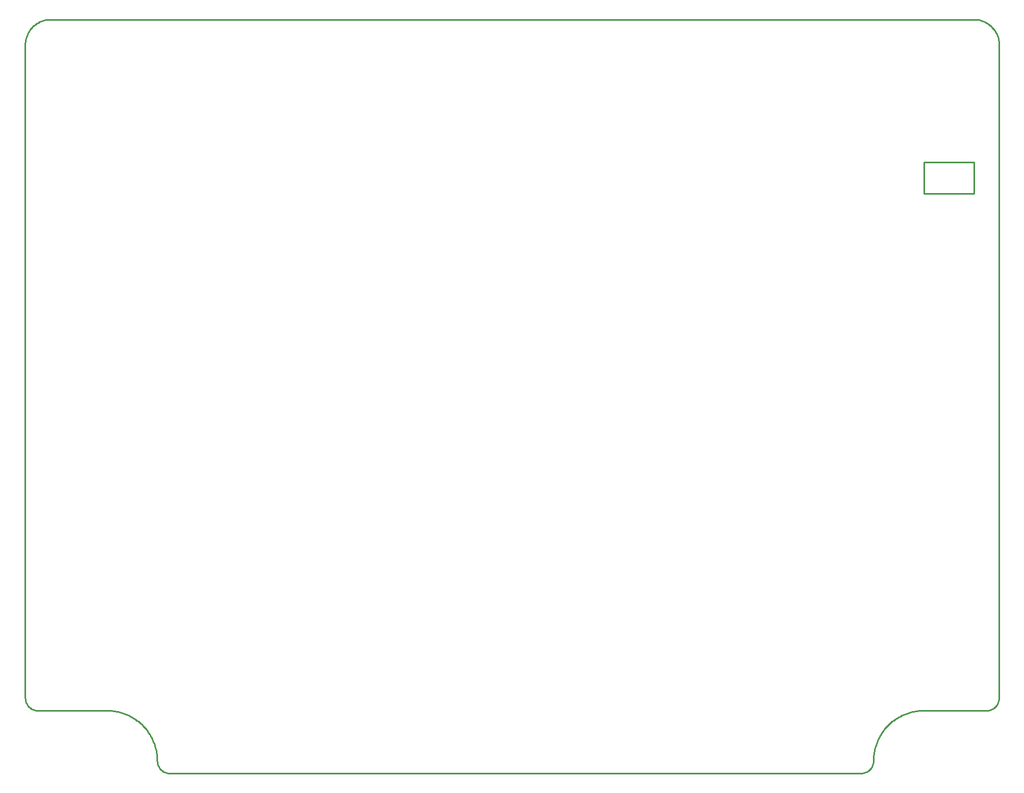
<source format=gko>
G04*
G04 #@! TF.GenerationSoftware,Altium Limited,Altium Designer,23.7.1 (13)*
G04*
G04 Layer_Color=16711935*
%FSLAX25Y25*%
%MOIN*%
G70*
G04*
G04 #@! TF.SameCoordinates,3671DF12-B1F1-4326-BA21-4D3E62DEF6AE*
G04*
G04*
G04 #@! TF.FilePolarity,Positive*
G04*
G01*
G75*
%ADD17C,0.01000*%
D17*
X15748Y472441D02*
X14759Y472410D01*
X13774Y472317D01*
X12797Y472162D01*
X11832Y471946D01*
X10882Y471670D01*
X9951Y471335D01*
X9043Y470942D01*
X8161Y470493D01*
X7310Y469989D01*
X6492Y469433D01*
X5710Y468827D01*
X4968Y468173D01*
X4268Y467473D01*
X3614Y466731D01*
X3008Y465949D01*
X2451Y465131D01*
X1948Y464280D01*
X1499Y463398D01*
X1106Y462490D01*
X771Y461559D01*
X495Y460609D01*
X279Y459644D01*
X124Y458667D01*
X31Y457682D01*
X0Y456693D01*
X610236D02*
X610205Y457682D01*
X610112Y458667D01*
X609957Y459644D01*
X609741Y460609D01*
X609466Y461559D01*
X609130Y462490D01*
X608737Y463398D01*
X608288Y464280D01*
X607785Y465131D01*
X607229Y465949D01*
X606622Y466731D01*
X605968Y467473D01*
X605268Y468173D01*
X604526Y468827D01*
X603745Y469433D01*
X602926Y469989D01*
X602075Y470493D01*
X601193Y470942D01*
X600285Y471335D01*
X599355Y471670D01*
X598405Y471946D01*
X597439Y472162D01*
X596462Y472317D01*
X595477Y472410D01*
X594488Y472441D01*
X523622Y0D02*
X524650Y67D01*
X525660Y268D01*
X526635Y599D01*
X527559Y1055D01*
X528415Y1627D01*
X529190Y2306D01*
X529869Y3081D01*
X530441Y3937D01*
X530897Y4861D01*
X531228Y5836D01*
X531429Y6846D01*
X531496Y7874D01*
X562992Y39370D02*
X561983Y39354D01*
X560974Y39305D01*
X559968Y39224D01*
X558964Y39112D01*
X557965Y38966D01*
X556971Y38789D01*
X555984Y38580D01*
X555003Y38340D01*
X554031Y38068D01*
X553067Y37765D01*
X552114Y37432D01*
X551173Y37068D01*
X550243Y36674D01*
X549327Y36251D01*
X548424Y35798D01*
X547537Y35317D01*
X546665Y34808D01*
X545810Y34271D01*
X544973Y33706D01*
X544154Y33115D01*
X543355Y32499D01*
X542576Y31857D01*
X541817Y31190D01*
X541081Y30499D01*
X540367Y29785D01*
X539676Y29049D01*
X539010Y28291D01*
X538368Y27512D01*
X537751Y26712D01*
X537160Y25894D01*
X536596Y25056D01*
X536059Y24201D01*
X535549Y23330D01*
X535068Y22442D01*
X534615Y21540D01*
X534192Y20623D01*
X533798Y19693D01*
X533434Y18752D01*
X533101Y17799D01*
X532798Y16836D01*
X532526Y15863D01*
X532286Y14883D01*
X532077Y13895D01*
X531900Y12901D01*
X531755Y11902D01*
X531642Y10898D01*
X531561Y9892D01*
X531512Y8884D01*
X531496Y7874D01*
X602362Y39370D02*
X603390Y39437D01*
X604400Y39638D01*
X605375Y39970D01*
X606299Y40425D01*
X607156Y40997D01*
X607930Y41676D01*
X608609Y42451D01*
X609181Y43307D01*
X609637Y44231D01*
X609968Y45206D01*
X610169Y46216D01*
X610236Y47244D01*
X82677Y7874D02*
X82744Y6846D01*
X82946Y5836D01*
X83276Y4861D01*
X83732Y3937D01*
X84304Y3081D01*
X84983Y2306D01*
X85758Y1627D01*
X86614Y1055D01*
X87538Y599D01*
X88513Y268D01*
X89523Y67D01*
X90551Y0D01*
X82677Y7874D02*
X82661Y8884D01*
X82613Y9892D01*
X82532Y10898D01*
X82419Y11902D01*
X82273Y12901D01*
X82096Y13895D01*
X81888Y14883D01*
X81647Y15863D01*
X81375Y16836D01*
X81073Y17799D01*
X80739Y18752D01*
X80375Y19693D01*
X79981Y20623D01*
X79558Y21540D01*
X79106Y22442D01*
X78624Y23330D01*
X78115Y24201D01*
X77578Y25056D01*
X77013Y25893D01*
X76423Y26712D01*
X75806Y27512D01*
X75164Y28291D01*
X74497Y29049D01*
X73806Y29785D01*
X73092Y30499D01*
X72356Y31190D01*
X71598Y31857D01*
X70819Y32499D01*
X70019Y33115D01*
X69200Y33706D01*
X68363Y34271D01*
X67508Y34808D01*
X66637Y35317D01*
X65749Y35798D01*
X64847Y36251D01*
X63930Y36674D01*
X63001Y37068D01*
X62059Y37432D01*
X61106Y37765D01*
X60143Y38068D01*
X59170Y38340D01*
X58190Y38580D01*
X57202Y38789D01*
X56208Y38966D01*
X55209Y39112D01*
X54206Y39224D01*
X53199Y39305D01*
X52191Y39354D01*
X51181Y39370D01*
X0Y47244D02*
X67Y46216D01*
X268Y45206D01*
X599Y44231D01*
X1055Y43307D01*
X1627Y42451D01*
X2306Y41676D01*
X3081Y40997D01*
X3937Y40425D01*
X4861Y39969D01*
X5836Y39638D01*
X6846Y39437D01*
X7874Y39370D01*
X0Y47244D02*
Y456693D01*
X15748Y472441D02*
X594488D01*
X610236Y47244D02*
Y456693D01*
X562992Y39370D02*
X602362D01*
X90551Y0D02*
X523622D01*
X7874Y39370D02*
X51181D01*
X563189Y363276D02*
X594685D01*
X563189Y382961D02*
X594685D01*
Y363276D02*
Y382961D01*
X563189Y363276D02*
Y382961D01*
M02*

</source>
